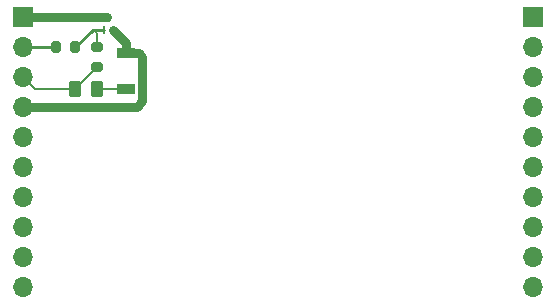
<source format=gbr>
%TF.GenerationSoftware,KiCad,Pcbnew,8.0.7*%
%TF.CreationDate,2025-01-28T21:13:21-05:00*%
%TF.ProjectId,Throttle Latching Module,5468726f-7474-46c6-9520-4c6174636869,rev?*%
%TF.SameCoordinates,Original*%
%TF.FileFunction,Copper,L1,Top*%
%TF.FilePolarity,Positive*%
%FSLAX46Y46*%
G04 Gerber Fmt 4.6, Leading zero omitted, Abs format (unit mm)*
G04 Created by KiCad (PCBNEW 8.0.7) date 2025-01-28 21:13:21*
%MOMM*%
%LPD*%
G01*
G04 APERTURE LIST*
G04 Aperture macros list*
%AMRoundRect*
0 Rectangle with rounded corners*
0 $1 Rounding radius*
0 $2 $3 $4 $5 $6 $7 $8 $9 X,Y pos of 4 corners*
0 Add a 4 corners polygon primitive as box body*
4,1,4,$2,$3,$4,$5,$6,$7,$8,$9,$2,$3,0*
0 Add four circle primitives for the rounded corners*
1,1,$1+$1,$2,$3*
1,1,$1+$1,$4,$5*
1,1,$1+$1,$6,$7*
1,1,$1+$1,$8,$9*
0 Add four rect primitives between the rounded corners*
20,1,$1+$1,$2,$3,$4,$5,0*
20,1,$1+$1,$4,$5,$6,$7,0*
20,1,$1+$1,$6,$7,$8,$9,0*
20,1,$1+$1,$8,$9,$2,$3,0*%
G04 Aperture macros list end*
%TA.AperFunction,SMDPad,CuDef*%
%ADD10RoundRect,0.200000X-0.200000X-0.275000X0.200000X-0.275000X0.200000X0.275000X-0.200000X0.275000X0*%
%TD*%
%TA.AperFunction,ComponentPad*%
%ADD11R,1.700000X1.700000*%
%TD*%
%TA.AperFunction,ComponentPad*%
%ADD12O,1.700000X1.700000*%
%TD*%
%TA.AperFunction,SMDPad,CuDef*%
%ADD13RoundRect,0.250000X-0.262500X-0.450000X0.262500X-0.450000X0.262500X0.450000X-0.262500X0.450000X0*%
%TD*%
%TA.AperFunction,SMDPad,CuDef*%
%ADD14R,1.600200X0.863600*%
%TD*%
%TA.AperFunction,SMDPad,CuDef*%
%ADD15RoundRect,0.200000X0.275000X-0.200000X0.275000X0.200000X-0.275000X0.200000X-0.275000X-0.200000X0*%
%TD*%
%TA.AperFunction,SMDPad,CuDef*%
%ADD16R,0.279400X0.660400*%
%TD*%
%TA.AperFunction,SMDPad,CuDef*%
%ADD17R,0.381000X0.660400*%
%TD*%
%TA.AperFunction,Conductor*%
%ADD18C,0.750000*%
%TD*%
%TA.AperFunction,Conductor*%
%ADD19C,0.200000*%
%TD*%
%TA.AperFunction,Conductor*%
%ADD20C,0.250000*%
%TD*%
G04 APERTURE END LIST*
D10*
%TO.P,R2,1*%
%TO.N,Net-(J1-Pad2)*%
X25302500Y-25150000D03*
%TO.P,R2,2*%
%TO.N,Net-(Q1-G)*%
X26952500Y-25150000D03*
%TD*%
D11*
%TO.P,J1,1,1*%
%TO.N,Net-(Q1-D)*%
X22550000Y-22550000D03*
D12*
%TO.P,J1,2,2*%
%TO.N,Net-(J1-Pad2)*%
X22550000Y-25090000D03*
%TO.P,J1,3,3*%
%TO.N,Net-(J1-Pad3)*%
X22550000Y-27630000D03*
%TO.P,J1,4,4*%
%TO.N,Net-(D1-A)*%
X22550000Y-30170000D03*
%TO.P,J1,5,5*%
%TO.N,unconnected-(J1-Pad5)*%
X22550000Y-32710000D03*
%TO.P,J1,6,6*%
%TO.N,unconnected-(J1-Pad6)*%
X22550000Y-35250000D03*
%TO.P,J1,7,7*%
%TO.N,unconnected-(J1-Pad7)*%
X22550000Y-37790000D03*
%TO.P,J1,8,8*%
%TO.N,unconnected-(J1-Pad8)*%
X22550000Y-40330000D03*
%TO.P,J1,9,9*%
%TO.N,unconnected-(J1-Pad9)*%
X22550000Y-42870000D03*
%TO.P,J1,10,10*%
%TO.N,unconnected-(J1-Pad10)*%
X22550000Y-45410000D03*
%TD*%
D13*
%TO.P,R1,1*%
%TO.N,Net-(J1-Pad3)*%
X26925000Y-28650000D03*
%TO.P,R1,2*%
%TO.N,Net-(D1-K)*%
X28750000Y-28650000D03*
%TD*%
D14*
%TO.P,D1,1,K*%
%TO.N,Net-(D1-K)*%
X31250000Y-28698000D03*
%TO.P,D1,2,A*%
%TO.N,Net-(D1-A)*%
X31250000Y-25650000D03*
%TD*%
D15*
%TO.P,R3,1*%
%TO.N,Net-(J1-Pad3)*%
X28750000Y-26800000D03*
%TO.P,R3,2*%
%TO.N,Net-(Q1-G)*%
X28750000Y-25150000D03*
%TD*%
D16*
%TO.P,Q1,1,G*%
%TO.N,Net-(Q1-G)*%
X29349950Y-23640600D03*
%TO.P,Q1,2,S*%
%TO.N,Net-(D1-A)*%
X30150050Y-23640600D03*
D17*
%TO.P,Q1,3,D*%
%TO.N,Net-(Q1-D)*%
X29750000Y-22650000D03*
%TD*%
D11*
%TO.P,J1,1,1*%
%TO.N,N/C*%
X65730000Y-22550000D03*
D12*
%TO.P,J1,2,2*%
X65730000Y-25090000D03*
%TO.P,J1,3,3*%
X65730000Y-27630000D03*
%TO.P,J1,4,4*%
X65730000Y-30170000D03*
%TO.P,J1,5,5*%
X65730000Y-32710000D03*
%TO.P,J1,6,6*%
X65730000Y-35250000D03*
%TO.P,J1,7,7*%
X65730000Y-37790000D03*
%TO.P,J1,8,8*%
X65730000Y-40330000D03*
%TO.P,J1,9,9*%
X65730000Y-42870000D03*
%TO.P,J1,10,10*%
X65730000Y-45410000D03*
%TD*%
D18*
%TO.N,Net-(D1-A)*%
X31250000Y-24740550D02*
X30150050Y-23640600D01*
X32625100Y-25925100D02*
X32350000Y-25650000D01*
X32625100Y-29704800D02*
X32625100Y-25925100D01*
X31250000Y-25650000D02*
X31250000Y-24740550D01*
X22550000Y-30170000D02*
X32159900Y-30170000D01*
X32350000Y-25650000D02*
X31250000Y-25650000D01*
X32159900Y-30170000D02*
X32625100Y-29704800D01*
D19*
%TO.N,Net-(D1-K)*%
X31250000Y-28698000D02*
X28798000Y-28698000D01*
X28798000Y-28698000D02*
X28750000Y-28650000D01*
%TO.N,Net-(J1-Pad3)*%
X28750000Y-26825000D02*
X26925000Y-28650000D01*
X28750000Y-26800000D02*
X28750000Y-26825000D01*
X26925000Y-28650000D02*
X23570000Y-28650000D01*
X23570000Y-28650000D02*
X22550000Y-27630000D01*
D18*
%TO.N,Net-(Q1-D)*%
X22550000Y-22550000D02*
X29650000Y-22550000D01*
D19*
X29650000Y-22550000D02*
X29750000Y-22650000D01*
X22563800Y-22536200D02*
X22550000Y-22550000D01*
D20*
%TO.N,Net-(J1-Pad2)*%
X22610000Y-25150000D02*
X22550000Y-25090000D01*
X25302500Y-25150000D02*
X22610000Y-25150000D01*
%TO.N,Net-(Q1-G)*%
X29349950Y-23640600D02*
X28461900Y-23640600D01*
D19*
X28750000Y-25150000D02*
X28750000Y-23928700D01*
X28750000Y-23928700D02*
X28461900Y-23640600D01*
D20*
X28461900Y-23640600D02*
X26952500Y-25150000D01*
%TD*%
M02*

</source>
